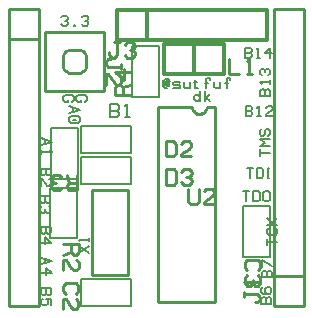
<source format=gbr>
%FSTAX24Y24*%
%MOIN*%
%IN SILK1.GBR *%
%ADD10C,0.0056*%
%ADD11C,0.0071*%
%ADD12C,0.0080*%
%ADD13C,0.0086*%
%ADD14C,0.0100*%
%ADD15C,0.0120*%
D12*X008757Y001713D02*G01X007857D01*X008757Y003403D02*X007857D01*
X008757Y001713D02*Y003403D01*X007857Y001713D02*Y003403D01*
X004131Y000972D02*Y000072D01*X002441Y000972D02*Y000072D01*
X004131Y000972D02*X002441D01*X004131Y000072D02*X002441D01*D14*
X002237Y009206D02*X003222D01*Y007238D01*X001253D01*Y009206D01*
X002237D01*X001844Y008222D02*Y008124D01*X001858Y008032D01*
X0019Y00795D01*X001965Y007885D01*X002048Y007843D01*X002139Y007828D01*
X002336D01*X002427Y007843D01*X002509Y007885D01*X002575Y00795D01*
X002617Y008032D01*X002631Y008124D01*Y00832D01*X002617Y008412D01*
X002575Y008494D01*X002509Y008559D01*X002427Y008601D01*
X002336Y008616D01*X002139D01*X002048Y008601D01*X001965Y008559D01*
X0019Y008494D01*X001858Y008412D01*X001844Y00832D01*Y008222D01*D12*
X005066Y00705D02*X004166D01*X005066Y00874D02*X004166D01*
X005066Y00705D02*Y00874D01*X004166Y00705D02*Y00874D01*
X004131Y006051D02*Y005151D01*X002441Y006051D02*Y005151D01*
X004131Y006051D02*X002441D01*X004131Y005151D02*X002441D01*
X004131Y005027D02*Y004127D01*X002441Y005027D02*Y004127D01*
X004131Y005027D02*X002441D01*X004131Y004127D02*X002441D01*
X00234Y004311D02*X00144D01*X00234Y006001D02*X00144D01*X00234Y004311D02*
Y006001D01*X00144Y004311D02*Y006001D01*D14*X00005Y00896D02*X00105D01*
Y00996D01*Y00006D01*X00005D01*Y00996D01*X00105D01*X006148Y006713D02*
X006158Y006693D01*Y006663D01*X006168Y006643D01*X006178Y006613D01*
X006188Y006593D01*X006198Y006573D01*X006218Y006553D01*
X006238Y006533D01*X006258Y006513D01*X006278Y006503D01*
X006298Y006493D01*X006328Y006483D01*X006348Y006473D01*X006378D01*
X006398D01*X006648Y006713D02*X006638Y006693D01*Y006663D01*
X006628Y006643D01*X006618Y006613D01*X006608Y006593D01*
X006598Y006573D01*X006578Y006553D01*X006558Y006533D01*
X006538Y006513D01*X006518Y006503D01*X006498Y006493D01*
X006468Y006483D01*X006448Y006473D01*X006418D01*X006398D01*
X005028Y006693D02*X006128D01*X006678D02*X006928D01*Y000193D01*
X005028D02*Y006693D01*Y000193D02*X006928D01*X002835Y00252D02*
Y001102D01*X004016D01*Y003937D01*X002835D01*Y00252D01*D15*
X00466Y00894D02*Y00994D01*X00366D01*X00866D01*Y00894D01*X00366D01*
Y00994D01*X006232Y007807D02*Y008807D01*X005232D01*X007232D01*
Y007807D01*X005232D01*Y008807D01*D12*X00143Y004013D02*X00233D01*
X00143Y002323D02*X00233D01*X00143Y004013D02*Y002323D01*
X00233Y004013D02*Y002323D01*D14*X00987Y001051D02*X00887D01*Y000051D01*
Y009951D01*X00987D01*Y000051D01*X00887D01*D10*X002148Y006873D02*
X002205Y006929D01*Y007042D01*X002148Y007098D01*X001924D01*
X001867Y007042D01*Y006929D01*X001924Y006873D01*X002008D01*Y006929D01*
X008819Y001024D02*X008481D01*Y001192D01*X008538Y001249D01*X008594D01*
X00865Y001192D01*X008706Y001249D01*X008763D01*X008819Y001192D01*
Y001024D01*X00865Y001192D02*Y001024D01*X008481Y001361D02*Y001586D01*
X008819Y001417D01*X001102Y004646D02*X00144D01*Y004477D01*
X001384Y004421D01*X001327D01*X001271Y004477D01*X001215Y004421D01*
X001159D01*X001102Y004477D01*Y004646D01*X001271Y004477D02*Y004646D01*
X001384Y004308D02*X00144Y004252D01*Y004139D01*X001384Y004083D01*
X001327D01*X001271Y004139D01*X001159Y004308D01*X001102D01*Y004083D01*
X002064Y006727D02*X002402Y006614D01*X002191Y006544D01*
X002064Y006502D01*X002191Y006544D02*Y006684D01*X002345Y006164D02*
X002402Y00622D01*Y006333D01*X002345Y006389D01*X00212D01*
X002064Y006333D01*Y00622D01*X00212Y006164D01*X002345D01*
X002289Y006277D02*X002177D01*X007942Y006395D02*Y006732D01*X00811D01*
X008166Y006676D01*Y00662D01*X00811Y006564D01*X008166Y006507D01*
Y006451D01*X00811Y006395D01*X007942D01*X00811Y006564D02*X007942D01*
X008335Y006676D02*X008391Y006732D01*Y006395D01*X008448D01*X008391D02*
X008335D01*X008616Y006676D02*X008673Y006732D01*X008785D01*
X008841Y006676D01*Y00662D01*X008785Y006564D01*X008616Y006451D01*
Y006395D01*X008841D01*X008082Y004331D02*Y004668D01*X008195D01*
X008082D02*X00797D01*X008532Y004612D02*X008476Y004668D01*X008307D01*
Y004331D01*X008476D01*X008532Y004387D01*Y004612D01*X008701Y004331D02*
Y004668D01*X008673D02*X008729D01*X008673Y004331D02*X008729D01*
X002582Y006873D02*X002638Y006929D01*Y007042D01*X002582Y007098D01*
X002357D01*X0023Y007042D01*Y006929D01*X002357Y006873D01*X002441D01*
Y006929D01*X008999Y002205D02*X008661D01*Y002317D01*Y002205D02*
Y002092D01*X008718Y002655D02*X008661Y002598D01*Y002486D01*
X008718Y00243D01*X008943D01*X008999Y002486D01*Y002598D01*
X008943Y002655D01*X008661Y002767D02*X008886D01*X008999D01*X008886D02*
X00883Y002823D01*X008999Y002992D01*X00883Y002823D02*X008661Y002992D01*
X007953Y00356D02*Y003898D01*X008065D01*X007953D02*X00784D01*
X008403Y003841D02*X008346Y003898D01*X008178D01*Y00356D01*X008346D01*
X008403Y003616D01*Y003841D01*X00874D02*X008684Y003898D01*X008571D01*
X008515Y003841D01*Y003616D01*X008571Y00356D01*X008684D01*
X00874Y003616D01*Y003841D01*X008757Y007081D02*X00842D01*Y00725D01*
X008476Y007306D01*X008532D01*X008588Y00725D01*X008645Y007306D01*
X008701D01*X008757Y00725D01*Y007081D01*X008588Y00725D02*Y007081D01*
X008476Y007475D02*X00842Y007531D01*X008757D01*Y007587D01*Y007531D02*
Y007475D01*X008476Y007756D02*X00842Y007812D01*Y007925D01*
X008476Y007981D01*X008532D01*X008588Y007925D01*X008645Y007981D01*
X008701D01*X008757Y007925D01*Y007812D01*X008701Y007756D01*
X008588Y007925D02*Y007868D01*X001133Y005655D02*X001471Y005543D01*
X00126Y005472D01*X001133Y00543D01*X00126Y005472D02*Y005613D01*
X001415Y005262D02*X001471Y005205D01*X001133D01*Y005149D01*Y005205D02*
Y005262D01*X001091Y003735D02*X001429D01*Y003566D01*X001372Y00351D01*
X001316D01*X00126Y003566D01*X001204Y00351D01*X001147D01*
X001091Y003566D01*Y003735D01*X00126Y003566D02*Y003735D01*
X001372Y003397D02*X001429Y003341D01*Y003228D01*X001372Y003172D01*
X001316D01*X00126Y003228D01*X001204Y003172D01*X001147D01*
X001091Y003228D01*Y003341D01*X001147Y003397D01*X00126Y003228D02*
Y003285D01*X001119Y002688D02*X001457D01*Y00252D01*X0014Y002463D01*
X001344D01*X001288Y00252D01*X001232Y002463D01*X001175D01*
X001119Y00252D01*Y002688D01*X001288Y00252D02*Y002688D01*
X001119Y002182D02*X001457D01*X00126Y002351D01*Y002126D01*
X00113Y000652D02*X001468D01*Y000484D01*X001412Y000427D01*X001355D01*
X001299Y000484D01*X001243Y000427D01*X001187D01*X00113Y000484D01*
Y000652D01*X001299Y000484D02*Y000652D01*X001468Y00009D02*Y000315D01*
X001299D01*X001355Y000259D01*Y000146D01*X001299Y00009D01*X001187D01*
X00113Y000146D01*Y000259D01*X001187Y000315D01*X008796Y000135D02*
X008459D01*Y000304D01*X008515Y00036D01*X008571D01*X008628Y000304D01*
X008684Y00036D01*X00874D01*X008796Y000304D01*Y000135D01*
X008628Y000304D02*Y000135D01*X008515Y000697D02*X008459Y000641D01*
Y000529D01*X008515Y000472D01*X00874D01*X008796Y000529D01*Y000641D01*
X00874Y000697D01*X008656D01*X0086Y000641D01*Y000529D01*
X008656Y000472D01*X001133Y001679D02*X001471Y001566D01*X00126Y001496D01*
X001133Y001454D01*X00126Y001496D02*Y001637D01*X001133Y001173D02*
X001471D01*X001274Y001341D01*Y001116D01*X00874Y00518D02*X008403D01*
Y005292D01*Y00518D02*Y005067D01*X00874Y005405D02*X008403D01*
X008571Y005517D01*X008403Y00563D01*X00874D01*X008459Y005967D02*
X008403Y005911D01*Y005799D01*X008459Y005742D01*X008515D01*
X008571Y005799D01*Y005911D01*X008628Y005967D01*X008684D01*
X00874Y005911D01*Y005799D01*X008684Y005742D01*X007913Y008346D02*
Y008684D01*X008082D01*X008138Y008628D01*Y008571D01*X008082Y008515D01*
X008138Y008459D01*Y008403D01*X008082Y008346D01*X007913D01*
X008082Y008515D02*X007913D01*X008307Y008628D02*X008363Y008684D01*
Y008346D01*X00842D01*X008363D02*X008307D01*X008757D02*Y008684D01*
X008588Y008487D01*X008813D01*X005337Y007556D02*X005335Y007553D01*
X005323Y00743D01*X005329Y007416D01*X00534Y007404D01*X005357Y007402D01*
X005374Y007413D01*X005377Y007416D02*X005388Y007444D01*
X005399Y007497D01*X005402Y007528D01*X005399Y007567D01*
X005382Y007601D01*X005357Y007624D01*X005315Y007632D01*
X005273Y007629D01*X005228Y00761D01*X005197Y007565D01*X005183Y007503D01*
Y007438D01*X005194Y007388D01*X005225Y007354D01*X005259Y007343D01*
X00529D01*X005335Y007551D02*X005315Y007559D01*X005298Y007562D01*
X005281Y007559D01*X00527Y007551D01*X005267D02*X00525Y00752D01*
X005242Y007472D01*Y007441D01*X005245Y00743D01*X005253Y007424D01*
X00527D01*X005276D02*X005323Y007444D01*X005292Y007343D02*
X005307Y007345D01*X005672Y00732D02*X005602D01*X005531Y007348D02*
X00556Y00732D01*X005714D01*X005742Y007348D01*Y007404D01*
X005714Y007433D01*X00556D01*X005531Y007461D01*Y007517D01*
X00556Y007545D01*X005714D01*X005742Y007517D01*X00608Y007545D02*
Y00732D01*Y007376D02*X006024Y00732D01*X005925D01*X005869Y007376D01*
Y007545D01*X006263Y007601D02*Y007348D01*X006291Y00732D01*X006333D01*
X006361Y007348D01*X006206Y007545D02*X006319D01*X006628Y00732D02*
Y007629D01*X006656Y007657D01*X006713D01*X006741Y007629D01*Y007615D01*
X006572Y007489D02*X006684D01*X007092Y007545D02*Y00732D01*Y007376D02*
X007036Y00732D01*X006938D01*X006881Y007376D01*Y007545D01*
X007303Y00732D02*Y007629D01*X007331Y007657D01*X007388D01*
X007416Y007629D01*Y007615D01*X007247Y007489D02*X007359D01*
X001794Y009691D02*X00185Y009747D01*X001963D01*X002019Y009691D01*
Y009634D01*X001963Y009578D01*X002019Y009522D01*Y009466D01*
X001963Y009409D01*X00185D01*X001794Y009466D01*X001963Y009578D02*
X001907D01*X002216Y009409D02*X002244D01*Y009438D01*X002216D01*
Y009409D01*X002469Y009691D02*X002525Y009747D01*X002638D01*
X002694Y009691D01*Y009634D01*X002638Y009578D01*X002694Y009522D01*
Y009466D01*X002638Y009409D01*X002525D01*X002469Y009466D01*
X002638Y009578D02*X002582D01*X00642Y007227D02*Y00689D01*Y007044D02*
X00635Y007115D01*X00628D01*X006209Y007058D01*Y00696D01*X00628Y00689D01*
X00635D01*X00642Y00696D01*X006575Y007227D02*Y00689D01*Y006974D02*
X006744Y007143D01*Y00689D02*X006617Y007016D01*D13*X008239Y000194D02*
X008325D01*X00841Y00028D01*Y000366D01*X008325Y000452D01*X007896D01*
Y000366D01*Y000537D01*X007982Y000794D02*X007896Y00088D01*X00841D01*
Y000966D01*Y00088D02*Y000794D01*X001865Y002119D02*X00238D01*Y001862D01*
X002294Y001776D01*X002208D01*X002122Y001862D01*X001865Y001776D01*
X002122Y001862D02*Y002119D01*X002294Y001605D02*X00238Y001519D01*
Y001348D01*X002294Y001262D01*X002208D01*X002122Y001348D01*
X001951Y001605D01*X001865D01*Y001262D01*X007369Y00831D02*Y007795D01*
X007712D01*X007969Y008224D02*X008055Y00831D01*Y007795D01*X008141D01*
X008055D02*X007969D01*X003393Y008518D02*Y008432D01*X003479Y008346D01*
X003564D01*X00365Y008432D01*Y008861D01*X003564D01*X003736D01*
X003907Y008775D02*X003993Y008861D01*X004164D01*X00425Y008775D01*
Y008689D01*X004164Y008604D01*X00425Y008518D01*Y008432D01*
X004164Y008346D01*X003993D01*X003907Y008432D01*X004164Y008604D02*
X004079D01*D10*X002379Y001828D02*X002717Y002053D01*Y001828D02*
X002379Y002053D01*X002435Y002222D02*X002379Y002278D01*X002717D01*
Y002334D01*Y002278D02*Y002222D01*D13*X006031Y003979D02*Y00355D01*
X006116Y003465D01*X006288D01*X006373Y00355D01*Y003979D01*
X006545Y003893D02*X006631Y003979D01*X006802D01*X006888Y003893D01*
Y003807D01*X006802Y003722D01*X006545Y00355D01*Y003465D01*X006888D01*
X003454Y0083D02*X003368D01*X003283Y008214D01*Y008129D01*
X003368Y008043D01*X003797D01*Y008129D01*Y007957D01*X003711Y007786D02*
X003797Y0077D01*Y007529D01*X003711Y007443D01*X003626D01*
X00354Y007529D01*X003368Y007786D01*X003283D01*Y007443D01*
X002316Y004434D02*Y00392D01*X002059D01*X001973Y004005D01*Y004091D01*
X002059Y004177D01*X001973Y004434D01*X002059Y004177D02*X002316D01*
X001802Y004005D02*X001716Y00392D01*X001544D01*X001459Y004005D01*
Y004091D01*X001544Y004177D01*X001459Y004262D01*Y004348D01*
X001544Y004434D01*X001716D01*X001802Y004348D01*X001544Y004177D02*
X00163D01*X005625Y004538D02*X00554Y004624D01*X005283D01*Y004109D01*
X00554D01*X005625Y004195D01*Y004538D01*X005797D02*X005883Y004624D01*
X006054D01*X00614Y004538D01*Y004452D01*X006054Y004367D01*
X00614Y004281D01*Y004195D01*X006054Y004109D01*X005883D01*
X005797Y004195D01*X006054Y004367D02*X005968D01*X005616Y005483D02*
X00553Y005569D01*X005273D01*Y005054D01*X00553D01*X005616Y00514D01*
Y005483D01*X005787D02*X005873Y005569D01*X006045D01*X00613Y005483D01*
Y005397D01*X006045Y005311D01*X005787Y00514D01*Y005054D01*X00613D01*
X004094Y007094D02*X00358D01*Y007351D01*X003666Y007436D01*X003752D01*
X003837Y007351D01*X004094Y007436D01*X003837Y007351D02*Y007094D01*
X004094Y007865D02*X00358D01*X00388Y007608D01*Y007951D01*D11*
X00343Y006364D02*Y006793D01*X003644D01*X003715Y006721D01*Y00665D01*
X003644Y006578D01*X003715Y006507D01*Y006436D01*X003644Y006364D01*
X00343D01*X003644Y006578D02*X00343D01*X00393Y006721D02*
X004001Y006793D01*Y006364D01*X004073D01*X004001D02*X00393D01*D13*
X002279Y000477D02*X002365Y000563D01*Y000734D01*X002279Y00082D01*
X001936D01*X00185Y000734D01*Y000563D01*X001936Y000477D01*
X002279Y000306D02*X002365Y00022D01*Y000048D01*X002279Y-000037D01*
X002193D01*X002108Y000048D01*X001936Y000306D01*X00185D01*Y-000037D01*
X008342Y001264D02*X008428Y00135D01*Y001521D01*X008342Y001607D01*
X007999D01*X007913Y001521D01*Y00135D01*X007999Y001264D01*
X008342Y001093D02*X008428Y001007D01*Y000836D01*X008342Y00075D01*
X008256D01*X008171Y000836D01*X008085Y00075D01*X007999D01*
X007913Y000836D01*Y001007D01*X007999Y001093D01*X008171Y000836D02*
Y000921D01*
M02*
</source>
